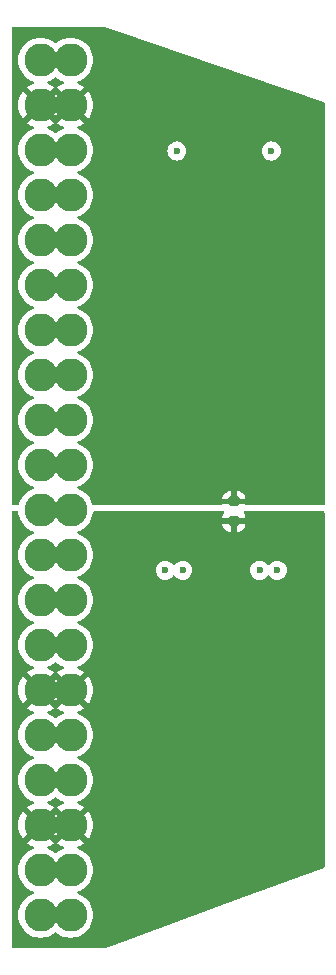
<source format=gbr>
%TF.GenerationSoftware,KiCad,Pcbnew,8.0.1*%
%TF.CreationDate,2024-04-03T13:15:38+02:00*%
%TF.ProjectId,AdapterFlatFlexMYDAQ,41646170-7465-4724-966c-6174466c6578,rev?*%
%TF.SameCoordinates,Original*%
%TF.FileFunction,Copper,L2,Bot*%
%TF.FilePolarity,Positive*%
%FSLAX46Y46*%
G04 Gerber Fmt 4.6, Leading zero omitted, Abs format (unit mm)*
G04 Created by KiCad (PCBNEW 8.0.1) date 2024-04-03 13:15:38*
%MOMM*%
%LPD*%
G01*
G04 APERTURE LIST*
G04 Aperture macros list*
%AMRoundRect*
0 Rectangle with rounded corners*
0 $1 Rounding radius*
0 $2 $3 $4 $5 $6 $7 $8 $9 X,Y pos of 4 corners*
0 Add a 4 corners polygon primitive as box body*
4,1,4,$2,$3,$4,$5,$6,$7,$8,$9,$2,$3,0*
0 Add four circle primitives for the rounded corners*
1,1,$1+$1,$2,$3*
1,1,$1+$1,$4,$5*
1,1,$1+$1,$6,$7*
1,1,$1+$1,$8,$9*
0 Add four rect primitives between the rounded corners*
20,1,$1+$1,$2,$3,$4,$5,0*
20,1,$1+$1,$4,$5,$6,$7,0*
20,1,$1+$1,$6,$7,$8,$9,0*
20,1,$1+$1,$8,$9,$2,$3,0*%
G04 Aperture macros list end*
%TA.AperFunction,ComponentPad*%
%ADD10C,2.800000*%
%TD*%
%TA.AperFunction,SMDPad,CuDef*%
%ADD11RoundRect,0.200000X-0.275000X0.200000X-0.275000X-0.200000X0.275000X-0.200000X0.275000X0.200000X0*%
%TD*%
%TA.AperFunction,ViaPad*%
%ADD12C,0.600000*%
%TD*%
G04 APERTURE END LIST*
D10*
%TO.P,J4,1,Pin_1*%
%TO.N,unconnected-(J4-Pin_1-Pad1)_0*%
X87960000Y-110695000D03*
%TO.N,unconnected-(J4-Pin_1-Pad1)*%
X90500000Y-110695000D03*
%TO.P,J4,2,Pin_2*%
%TO.N,unconnected-(J4-Pin_2-Pad2)_0*%
X87960000Y-106885000D03*
%TO.N,unconnected-(J4-Pin_2-Pad2)*%
X90500000Y-106885000D03*
%TO.P,J4,3,Pin_3*%
%TO.N,GNDA*%
X87960000Y-103075000D03*
X90500000Y-103075000D03*
%TO.P,J4,4,Pin_4*%
%TO.N,AO0*%
X87960000Y-99265000D03*
X90500000Y-99265000D03*
%TO.P,J4,5,Pin_5*%
%TO.N,AO1*%
X87960000Y-95455000D03*
X90500000Y-95455000D03*
%TO.P,J4,6,Pin_6*%
%TO.N,GNDA*%
X87960000Y-91645000D03*
X90500000Y-91645000D03*
%TO.P,J4,7,Pin_7*%
%TO.N,AI0+*%
X87960000Y-87835000D03*
X90500000Y-87835000D03*
%TO.P,J4,8,Pin_8*%
%TO.N,AI0-*%
X87960000Y-84025000D03*
X90500000Y-84025000D03*
%TO.P,J4,9,Pin_9*%
%TO.N,AI1-*%
X87960000Y-80215000D03*
X90500000Y-80215000D03*
%TO.P,J4,10,Pin_10*%
%TO.N,AI1+*%
X87960000Y-76405000D03*
X90500000Y-76405000D03*
%TO.P,J4,11,Pin_11*%
%TO.N,DIO0*%
X87960000Y-72595000D03*
X90500000Y-72595000D03*
%TO.P,J4,12,Pin_12*%
%TO.N,DIO1*%
X87960000Y-68785000D03*
X90500000Y-68785000D03*
%TO.P,J4,13,Pin_13*%
%TO.N,DIO2*%
X87960000Y-64975000D03*
X90500000Y-64975000D03*
%TO.P,J4,14,Pin_14*%
%TO.N,DIO3*%
X87960000Y-61165000D03*
X90500000Y-61165000D03*
%TO.P,J4,15,Pin_15*%
%TO.N,DIO4*%
X87960000Y-57355000D03*
X90500000Y-57355000D03*
%TO.P,J4,16,Pin_16*%
%TO.N,DIO5*%
X87960000Y-53545000D03*
X90500000Y-53545000D03*
%TO.P,J4,17,Pin_17*%
%TO.N,DIO6*%
X87960000Y-49735000D03*
X90500000Y-49735000D03*
%TO.P,J4,18,Pin_18*%
%TO.N,DIO7*%
X87960000Y-45925000D03*
X90500000Y-45925000D03*
%TO.P,J4,19,Pin_19*%
%TO.N,GNDD*%
X87960000Y-42115000D03*
X90500000Y-42115000D03*
%TO.P,J4,20,Pin_20*%
%TO.N,unconnected-(J4-Pin_20-Pad20)*%
X87960000Y-38305000D03*
%TO.N,unconnected-(J4-Pin_20-Pad20)_0*%
X90500000Y-38305000D03*
%TD*%
D11*
%TO.P,R5,1*%
%TO.N,GNDD*%
X104325000Y-75675000D03*
%TO.P,R5,2*%
%TO.N,GNDA*%
X104325000Y-77325000D03*
%TD*%
D12*
%TO.N,*%
X107500000Y-46000000D03*
X100000000Y-81500000D03*
X108000000Y-81500000D03*
X98500000Y-81500000D03*
X106500000Y-81500000D03*
X99500000Y-46000000D03*
%TD*%
%TA.AperFunction,Conductor*%
%TO.N,GNDA*%
G36*
X86013031Y-76519685D02*
G01*
X86058786Y-76572489D01*
X86069675Y-76615152D01*
X86071571Y-76641647D01*
X86074039Y-76676160D01*
X86074040Y-76676167D01*
X86131823Y-76941793D01*
X86131825Y-76941801D01*
X86181506Y-77075000D01*
X86226830Y-77196519D01*
X86357109Y-77435107D01*
X86357110Y-77435108D01*
X86357113Y-77435113D01*
X86520029Y-77652742D01*
X86520033Y-77652746D01*
X86520038Y-77652752D01*
X86712247Y-77844961D01*
X86712253Y-77844966D01*
X86712258Y-77844971D01*
X86929887Y-78007887D01*
X86929891Y-78007889D01*
X86929892Y-78007890D01*
X87168481Y-78138169D01*
X87168480Y-78138169D01*
X87168484Y-78138170D01*
X87168487Y-78138172D01*
X87317682Y-78193819D01*
X87373614Y-78235690D01*
X87398031Y-78301154D01*
X87383179Y-78369427D01*
X87333774Y-78418832D01*
X87317689Y-78426178D01*
X87238994Y-78455530D01*
X87168480Y-78481830D01*
X86929892Y-78612109D01*
X86929891Y-78612110D01*
X86712259Y-78775028D01*
X86712247Y-78775038D01*
X86520038Y-78967247D01*
X86520028Y-78967259D01*
X86357110Y-79184891D01*
X86357109Y-79184892D01*
X86226830Y-79423480D01*
X86179326Y-79550843D01*
X86131825Y-79678199D01*
X86131824Y-79678202D01*
X86131823Y-79678206D01*
X86074040Y-79943832D01*
X86074039Y-79943839D01*
X86054645Y-80214998D01*
X86054645Y-80215001D01*
X86074039Y-80486160D01*
X86074040Y-80486167D01*
X86119346Y-80694435D01*
X86131825Y-80751801D01*
X86140184Y-80774211D01*
X86226830Y-81006519D01*
X86357109Y-81245107D01*
X86357110Y-81245108D01*
X86357113Y-81245113D01*
X86520029Y-81462742D01*
X86520033Y-81462746D01*
X86520038Y-81462752D01*
X86712247Y-81654961D01*
X86712253Y-81654966D01*
X86712258Y-81654971D01*
X86929887Y-81817887D01*
X86929891Y-81817889D01*
X86929892Y-81817890D01*
X87168481Y-81948169D01*
X87168480Y-81948169D01*
X87168484Y-81948170D01*
X87168487Y-81948172D01*
X87317682Y-82003819D01*
X87373614Y-82045690D01*
X87398031Y-82111154D01*
X87383179Y-82179427D01*
X87333774Y-82228832D01*
X87317689Y-82236178D01*
X87238994Y-82265530D01*
X87168480Y-82291830D01*
X86929892Y-82422109D01*
X86929891Y-82422110D01*
X86712259Y-82585028D01*
X86712247Y-82585038D01*
X86520038Y-82777247D01*
X86520028Y-82777259D01*
X86357110Y-82994891D01*
X86357109Y-82994892D01*
X86226830Y-83233480D01*
X86179326Y-83360843D01*
X86131825Y-83488199D01*
X86131824Y-83488202D01*
X86131823Y-83488206D01*
X86074040Y-83753832D01*
X86074039Y-83753839D01*
X86054645Y-84024998D01*
X86054645Y-84025001D01*
X86074039Y-84296160D01*
X86074040Y-84296167D01*
X86131823Y-84561793D01*
X86131825Y-84561801D01*
X86208330Y-84766920D01*
X86226830Y-84816519D01*
X86357109Y-85055107D01*
X86357110Y-85055108D01*
X86357113Y-85055113D01*
X86520029Y-85272742D01*
X86520033Y-85272746D01*
X86520038Y-85272752D01*
X86712247Y-85464961D01*
X86712253Y-85464966D01*
X86712258Y-85464971D01*
X86929887Y-85627887D01*
X86929891Y-85627889D01*
X86929892Y-85627890D01*
X87168481Y-85758169D01*
X87168480Y-85758169D01*
X87168484Y-85758170D01*
X87168487Y-85758172D01*
X87317682Y-85813819D01*
X87373614Y-85855690D01*
X87398031Y-85921154D01*
X87383179Y-85989427D01*
X87333774Y-86038832D01*
X87317689Y-86046178D01*
X87238994Y-86075530D01*
X87168480Y-86101830D01*
X86929892Y-86232109D01*
X86929891Y-86232110D01*
X86712259Y-86395028D01*
X86712247Y-86395038D01*
X86520038Y-86587247D01*
X86520028Y-86587259D01*
X86357110Y-86804891D01*
X86357109Y-86804892D01*
X86226830Y-87043480D01*
X86179326Y-87170843D01*
X86131825Y-87298199D01*
X86131824Y-87298202D01*
X86131823Y-87298206D01*
X86074040Y-87563832D01*
X86074039Y-87563839D01*
X86054645Y-87834998D01*
X86054645Y-87835001D01*
X86074039Y-88106160D01*
X86074040Y-88106167D01*
X86131823Y-88371793D01*
X86131825Y-88371801D01*
X86208330Y-88576920D01*
X86226830Y-88626519D01*
X86357109Y-88865107D01*
X86357110Y-88865108D01*
X86357113Y-88865113D01*
X86520029Y-89082742D01*
X86520033Y-89082746D01*
X86520038Y-89082752D01*
X86712247Y-89274961D01*
X86712253Y-89274966D01*
X86712258Y-89274971D01*
X86929887Y-89437887D01*
X86929891Y-89437889D01*
X86929892Y-89437890D01*
X87168481Y-89568169D01*
X87168485Y-89568171D01*
X87168487Y-89568172D01*
X87318398Y-89624086D01*
X87374331Y-89665956D01*
X87398748Y-89731421D01*
X87383896Y-89799694D01*
X87334491Y-89849099D01*
X87318398Y-89856449D01*
X87168689Y-89912287D01*
X86930164Y-90042532D01*
X86930156Y-90042537D01*
X86804875Y-90136321D01*
X86804874Y-90136322D01*
X87674242Y-91005690D01*
X87628426Y-91024668D01*
X87513776Y-91101274D01*
X87416274Y-91198776D01*
X87339668Y-91313426D01*
X87320690Y-91359242D01*
X86451322Y-90489874D01*
X86451321Y-90489875D01*
X86357537Y-90615156D01*
X86357532Y-90615164D01*
X86227287Y-90853689D01*
X86227285Y-90853693D01*
X86132305Y-91108345D01*
X86074537Y-91373902D01*
X86074536Y-91373909D01*
X86055147Y-91644998D01*
X86055147Y-91645001D01*
X86074536Y-91916090D01*
X86074537Y-91916097D01*
X86132305Y-92181654D01*
X86227285Y-92436306D01*
X86227287Y-92436310D01*
X86357532Y-92674835D01*
X86357537Y-92674843D01*
X86451321Y-92800123D01*
X86451322Y-92800124D01*
X87320690Y-91930756D01*
X87339668Y-91976574D01*
X87416274Y-92091224D01*
X87513776Y-92188726D01*
X87628426Y-92265332D01*
X87674242Y-92284309D01*
X86804874Y-93153676D01*
X86930163Y-93247466D01*
X86930164Y-93247467D01*
X87168689Y-93377712D01*
X87168693Y-93377714D01*
X87318397Y-93433550D01*
X87374331Y-93475421D01*
X87398748Y-93540885D01*
X87383896Y-93609158D01*
X87334491Y-93658564D01*
X87318398Y-93665914D01*
X87168481Y-93721830D01*
X86929892Y-93852109D01*
X86929891Y-93852110D01*
X86712259Y-94015028D01*
X86712247Y-94015038D01*
X86520038Y-94207247D01*
X86520028Y-94207259D01*
X86357110Y-94424891D01*
X86357109Y-94424892D01*
X86226830Y-94663480D01*
X86179326Y-94790843D01*
X86131825Y-94918199D01*
X86131824Y-94918202D01*
X86131823Y-94918206D01*
X86074040Y-95183832D01*
X86074039Y-95183839D01*
X86054645Y-95454998D01*
X86054645Y-95455001D01*
X86074039Y-95726160D01*
X86074040Y-95726167D01*
X86131823Y-95991793D01*
X86131825Y-95991801D01*
X86208330Y-96196920D01*
X86226830Y-96246519D01*
X86357109Y-96485107D01*
X86357110Y-96485108D01*
X86357113Y-96485113D01*
X86520029Y-96702742D01*
X86520033Y-96702746D01*
X86520038Y-96702752D01*
X86712247Y-96894961D01*
X86712253Y-96894966D01*
X86712258Y-96894971D01*
X86929887Y-97057887D01*
X86929891Y-97057889D01*
X86929892Y-97057890D01*
X87168481Y-97188169D01*
X87168480Y-97188169D01*
X87168484Y-97188170D01*
X87168487Y-97188172D01*
X87317682Y-97243819D01*
X87373614Y-97285690D01*
X87398031Y-97351154D01*
X87383179Y-97419427D01*
X87333774Y-97468832D01*
X87317689Y-97476178D01*
X87238994Y-97505530D01*
X87168480Y-97531830D01*
X86929892Y-97662109D01*
X86929891Y-97662110D01*
X86712259Y-97825028D01*
X86712247Y-97825038D01*
X86520038Y-98017247D01*
X86520028Y-98017259D01*
X86357110Y-98234891D01*
X86357109Y-98234892D01*
X86226830Y-98473480D01*
X86179326Y-98600843D01*
X86131825Y-98728199D01*
X86131824Y-98728202D01*
X86131823Y-98728206D01*
X86074040Y-98993832D01*
X86074039Y-98993839D01*
X86054645Y-99264998D01*
X86054645Y-99265001D01*
X86074039Y-99536160D01*
X86074040Y-99536167D01*
X86131823Y-99801793D01*
X86131825Y-99801801D01*
X86208330Y-100006920D01*
X86226830Y-100056519D01*
X86357109Y-100295107D01*
X86357110Y-100295108D01*
X86357113Y-100295113D01*
X86520029Y-100512742D01*
X86520033Y-100512746D01*
X86520038Y-100512752D01*
X86712247Y-100704961D01*
X86712253Y-100704966D01*
X86712258Y-100704971D01*
X86929887Y-100867887D01*
X86929891Y-100867889D01*
X86929892Y-100867890D01*
X87168481Y-100998169D01*
X87168485Y-100998171D01*
X87168487Y-100998172D01*
X87318398Y-101054086D01*
X87374331Y-101095956D01*
X87398748Y-101161421D01*
X87383896Y-101229694D01*
X87334491Y-101279099D01*
X87318398Y-101286449D01*
X87168689Y-101342287D01*
X86930164Y-101472532D01*
X86930156Y-101472537D01*
X86804875Y-101566321D01*
X86804874Y-101566322D01*
X87674242Y-102435690D01*
X87628426Y-102454668D01*
X87513776Y-102531274D01*
X87416274Y-102628776D01*
X87339668Y-102743426D01*
X87320690Y-102789242D01*
X86451322Y-101919874D01*
X86451321Y-101919875D01*
X86357537Y-102045156D01*
X86357532Y-102045164D01*
X86227287Y-102283689D01*
X86227285Y-102283693D01*
X86132305Y-102538345D01*
X86074537Y-102803902D01*
X86074536Y-102803909D01*
X86055147Y-103074998D01*
X86055147Y-103075001D01*
X86074536Y-103346090D01*
X86074537Y-103346097D01*
X86132305Y-103611654D01*
X86227285Y-103866306D01*
X86227287Y-103866310D01*
X86357532Y-104104835D01*
X86357537Y-104104843D01*
X86451321Y-104230123D01*
X86451322Y-104230124D01*
X87320690Y-103360756D01*
X87339668Y-103406574D01*
X87416274Y-103521224D01*
X87513776Y-103618726D01*
X87628426Y-103695332D01*
X87674242Y-103714309D01*
X86804874Y-104583676D01*
X86930163Y-104677466D01*
X86930164Y-104677467D01*
X87168689Y-104807712D01*
X87168693Y-104807714D01*
X87318397Y-104863550D01*
X87374331Y-104905421D01*
X87398748Y-104970885D01*
X87383896Y-105039158D01*
X87334491Y-105088564D01*
X87318398Y-105095914D01*
X87168481Y-105151830D01*
X86929892Y-105282109D01*
X86929891Y-105282110D01*
X86712259Y-105445028D01*
X86712247Y-105445038D01*
X86520038Y-105637247D01*
X86520028Y-105637259D01*
X86357110Y-105854891D01*
X86357109Y-105854892D01*
X86226830Y-106093480D01*
X86179326Y-106220843D01*
X86131825Y-106348199D01*
X86131824Y-106348202D01*
X86131823Y-106348206D01*
X86074040Y-106613832D01*
X86074039Y-106613839D01*
X86054645Y-106884998D01*
X86054645Y-106885001D01*
X86074039Y-107156160D01*
X86074040Y-107156167D01*
X86127191Y-107400500D01*
X86131825Y-107421801D01*
X86148457Y-107466392D01*
X86226830Y-107676519D01*
X86357109Y-107915107D01*
X86357110Y-107915108D01*
X86357113Y-107915113D01*
X86520029Y-108132742D01*
X86520033Y-108132746D01*
X86520038Y-108132752D01*
X86712247Y-108324961D01*
X86712253Y-108324966D01*
X86712258Y-108324971D01*
X86929887Y-108487887D01*
X86929891Y-108487889D01*
X86929892Y-108487890D01*
X87168481Y-108618169D01*
X87168480Y-108618169D01*
X87168484Y-108618170D01*
X87168487Y-108618172D01*
X87317682Y-108673819D01*
X87373614Y-108715690D01*
X87398031Y-108781154D01*
X87383179Y-108849427D01*
X87333774Y-108898832D01*
X87317689Y-108906178D01*
X87238994Y-108935530D01*
X87168480Y-108961830D01*
X86929892Y-109092109D01*
X86929891Y-109092110D01*
X86712259Y-109255028D01*
X86712247Y-109255038D01*
X86520038Y-109447247D01*
X86520028Y-109447259D01*
X86357110Y-109664891D01*
X86357109Y-109664892D01*
X86226830Y-109903480D01*
X86179326Y-110030843D01*
X86131825Y-110158199D01*
X86131824Y-110158202D01*
X86131823Y-110158206D01*
X86074040Y-110423832D01*
X86074039Y-110423839D01*
X86054645Y-110694998D01*
X86054645Y-110695001D01*
X86074039Y-110966160D01*
X86074040Y-110966167D01*
X86131823Y-111231793D01*
X86131825Y-111231801D01*
X86208330Y-111436920D01*
X86226830Y-111486519D01*
X86357109Y-111725107D01*
X86357110Y-111725108D01*
X86357113Y-111725113D01*
X86520029Y-111942742D01*
X86520033Y-111942746D01*
X86520038Y-111942752D01*
X86712247Y-112134961D01*
X86712253Y-112134966D01*
X86712258Y-112134971D01*
X86929887Y-112297887D01*
X86929891Y-112297889D01*
X86929892Y-112297890D01*
X87168481Y-112428169D01*
X87168480Y-112428169D01*
X87168484Y-112428170D01*
X87168487Y-112428172D01*
X87423199Y-112523175D01*
X87688840Y-112580961D01*
X87940605Y-112598967D01*
X87959999Y-112600355D01*
X87960000Y-112600355D01*
X87960001Y-112600355D01*
X87978100Y-112599060D01*
X88231160Y-112580961D01*
X88496801Y-112523175D01*
X88751513Y-112428172D01*
X88751517Y-112428169D01*
X88751519Y-112428169D01*
X88870813Y-112363029D01*
X88990113Y-112297887D01*
X89155690Y-112173936D01*
X89221154Y-112149520D01*
X89289427Y-112164372D01*
X89304305Y-112173933D01*
X89469887Y-112297887D01*
X89469891Y-112297889D01*
X89469892Y-112297890D01*
X89708481Y-112428169D01*
X89708480Y-112428169D01*
X89708484Y-112428170D01*
X89708487Y-112428172D01*
X89963199Y-112523175D01*
X90228840Y-112580961D01*
X90480605Y-112598967D01*
X90499999Y-112600355D01*
X90500000Y-112600355D01*
X90500001Y-112600355D01*
X90518100Y-112599060D01*
X90771160Y-112580961D01*
X91036801Y-112523175D01*
X91291513Y-112428172D01*
X91291517Y-112428169D01*
X91291519Y-112428169D01*
X91410813Y-112363029D01*
X91530113Y-112297887D01*
X91747742Y-112134971D01*
X91939971Y-111942742D01*
X92102887Y-111725113D01*
X92233172Y-111486513D01*
X92328175Y-111231801D01*
X92385961Y-110966160D01*
X92405355Y-110695000D01*
X92385961Y-110423840D01*
X92328175Y-110158199D01*
X92233172Y-109903487D01*
X92233170Y-109903484D01*
X92233169Y-109903480D01*
X92102890Y-109664892D01*
X92102889Y-109664891D01*
X92102887Y-109664887D01*
X91939971Y-109447258D01*
X91939966Y-109447253D01*
X91939961Y-109447247D01*
X91747752Y-109255038D01*
X91747746Y-109255033D01*
X91747742Y-109255029D01*
X91530113Y-109092113D01*
X91530108Y-109092110D01*
X91530107Y-109092109D01*
X91291518Y-108961830D01*
X91291514Y-108961828D01*
X91238750Y-108942148D01*
X91142317Y-108906180D01*
X91086385Y-108864311D01*
X91061968Y-108798846D01*
X91076820Y-108730573D01*
X91126225Y-108681168D01*
X91142310Y-108673821D01*
X91291513Y-108618172D01*
X91530113Y-108487887D01*
X91747742Y-108324971D01*
X91939971Y-108132742D01*
X92102887Y-107915113D01*
X92233172Y-107676513D01*
X92328175Y-107421801D01*
X92385961Y-107156160D01*
X92405355Y-106885000D01*
X92385961Y-106613840D01*
X92328175Y-106348199D01*
X92233172Y-106093487D01*
X92233170Y-106093484D01*
X92233169Y-106093480D01*
X92102890Y-105854892D01*
X92102889Y-105854891D01*
X92102887Y-105854887D01*
X91939971Y-105637258D01*
X91939966Y-105637253D01*
X91939961Y-105637247D01*
X91747752Y-105445038D01*
X91747746Y-105445033D01*
X91747742Y-105445029D01*
X91530113Y-105282113D01*
X91530108Y-105282110D01*
X91530107Y-105282109D01*
X91291518Y-105151830D01*
X91291519Y-105151830D01*
X91242030Y-105133372D01*
X91141599Y-105095913D01*
X91085668Y-105054042D01*
X91061251Y-104988578D01*
X91076103Y-104920305D01*
X91125508Y-104870900D01*
X91141602Y-104863550D01*
X91291307Y-104807714D01*
X91291310Y-104807712D01*
X91529844Y-104677462D01*
X91655123Y-104583677D01*
X91655124Y-104583676D01*
X90785757Y-103714309D01*
X90831574Y-103695332D01*
X90946224Y-103618726D01*
X91043726Y-103521224D01*
X91120332Y-103406574D01*
X91139309Y-103360757D01*
X92008676Y-104230124D01*
X92008677Y-104230123D01*
X92102462Y-104104844D01*
X92232712Y-103866310D01*
X92232714Y-103866306D01*
X92327694Y-103611654D01*
X92385462Y-103346097D01*
X92385463Y-103346090D01*
X92404853Y-103075001D01*
X92404853Y-103074998D01*
X92385463Y-102803909D01*
X92385462Y-102803902D01*
X92327694Y-102538345D01*
X92232714Y-102283693D01*
X92232712Y-102283689D01*
X92102467Y-102045164D01*
X92102466Y-102045163D01*
X92008676Y-101919874D01*
X91139309Y-102789242D01*
X91120332Y-102743426D01*
X91043726Y-102628776D01*
X90946224Y-102531274D01*
X90831574Y-102454668D01*
X90785757Y-102435690D01*
X91655124Y-101566322D01*
X91655123Y-101566321D01*
X91529843Y-101472537D01*
X91529835Y-101472532D01*
X91291310Y-101342287D01*
X91291306Y-101342285D01*
X91141602Y-101286449D01*
X91085668Y-101244578D01*
X91061251Y-101179113D01*
X91076103Y-101110840D01*
X91125508Y-101061435D01*
X91141588Y-101054091D01*
X91291513Y-100998172D01*
X91530113Y-100867887D01*
X91747742Y-100704971D01*
X91939971Y-100512742D01*
X92102887Y-100295113D01*
X92233172Y-100056513D01*
X92328175Y-99801801D01*
X92385961Y-99536160D01*
X92405355Y-99265000D01*
X92385961Y-98993840D01*
X92328175Y-98728199D01*
X92233172Y-98473487D01*
X92233170Y-98473484D01*
X92233169Y-98473480D01*
X92102890Y-98234892D01*
X92102889Y-98234891D01*
X92102887Y-98234887D01*
X91939971Y-98017258D01*
X91939966Y-98017253D01*
X91939961Y-98017247D01*
X91747752Y-97825038D01*
X91747746Y-97825033D01*
X91747742Y-97825029D01*
X91530113Y-97662113D01*
X91530108Y-97662110D01*
X91530107Y-97662109D01*
X91291518Y-97531830D01*
X91291514Y-97531828D01*
X91238750Y-97512148D01*
X91142317Y-97476180D01*
X91086385Y-97434311D01*
X91061968Y-97368846D01*
X91076820Y-97300573D01*
X91126225Y-97251168D01*
X91142310Y-97243821D01*
X91291513Y-97188172D01*
X91530113Y-97057887D01*
X91747742Y-96894971D01*
X91939971Y-96702742D01*
X92102887Y-96485113D01*
X92233172Y-96246513D01*
X92328175Y-95991801D01*
X92385961Y-95726160D01*
X92405355Y-95455000D01*
X92385961Y-95183840D01*
X92328175Y-94918199D01*
X92233172Y-94663487D01*
X92233170Y-94663484D01*
X92233169Y-94663480D01*
X92102890Y-94424892D01*
X92102889Y-94424891D01*
X92102887Y-94424887D01*
X91939971Y-94207258D01*
X91939966Y-94207253D01*
X91939961Y-94207247D01*
X91747752Y-94015038D01*
X91747746Y-94015033D01*
X91747742Y-94015029D01*
X91530113Y-93852113D01*
X91530108Y-93852110D01*
X91530107Y-93852109D01*
X91291518Y-93721830D01*
X91291519Y-93721830D01*
X91242030Y-93703372D01*
X91141599Y-93665913D01*
X91085668Y-93624042D01*
X91061251Y-93558578D01*
X91076103Y-93490305D01*
X91125508Y-93440900D01*
X91141602Y-93433550D01*
X91291307Y-93377714D01*
X91291310Y-93377712D01*
X91529844Y-93247462D01*
X91655123Y-93153677D01*
X91655124Y-93153676D01*
X90785757Y-92284309D01*
X90831574Y-92265332D01*
X90946224Y-92188726D01*
X91043726Y-92091224D01*
X91120332Y-91976574D01*
X91139309Y-91930757D01*
X92008676Y-92800124D01*
X92008677Y-92800123D01*
X92102462Y-92674844D01*
X92232712Y-92436310D01*
X92232714Y-92436306D01*
X92327694Y-92181654D01*
X92385462Y-91916097D01*
X92385463Y-91916090D01*
X92404853Y-91645001D01*
X92404853Y-91644998D01*
X92385463Y-91373909D01*
X92385462Y-91373902D01*
X92327694Y-91108345D01*
X92232714Y-90853693D01*
X92232712Y-90853689D01*
X92102467Y-90615164D01*
X92102466Y-90615163D01*
X92008676Y-90489874D01*
X91139309Y-91359242D01*
X91120332Y-91313426D01*
X91043726Y-91198776D01*
X90946224Y-91101274D01*
X90831574Y-91024668D01*
X90785757Y-91005690D01*
X91655124Y-90136322D01*
X91655123Y-90136321D01*
X91529843Y-90042537D01*
X91529835Y-90042532D01*
X91291310Y-89912287D01*
X91291306Y-89912285D01*
X91141602Y-89856449D01*
X91085668Y-89814578D01*
X91061251Y-89749113D01*
X91076103Y-89680840D01*
X91125508Y-89631435D01*
X91141588Y-89624091D01*
X91291513Y-89568172D01*
X91530113Y-89437887D01*
X91747742Y-89274971D01*
X91939971Y-89082742D01*
X92102887Y-88865113D01*
X92233172Y-88626513D01*
X92328175Y-88371801D01*
X92385961Y-88106160D01*
X92405355Y-87835000D01*
X92385961Y-87563840D01*
X92328175Y-87298199D01*
X92233172Y-87043487D01*
X92233170Y-87043484D01*
X92233169Y-87043480D01*
X92102890Y-86804892D01*
X92102889Y-86804891D01*
X92102887Y-86804887D01*
X91939971Y-86587258D01*
X91939966Y-86587253D01*
X91939961Y-86587247D01*
X91747752Y-86395038D01*
X91747746Y-86395033D01*
X91747742Y-86395029D01*
X91530113Y-86232113D01*
X91530108Y-86232110D01*
X91530107Y-86232109D01*
X91291518Y-86101830D01*
X91291514Y-86101828D01*
X91238750Y-86082148D01*
X91142317Y-86046180D01*
X91086385Y-86004311D01*
X91061968Y-85938846D01*
X91076820Y-85870573D01*
X91126225Y-85821168D01*
X91142310Y-85813821D01*
X91291513Y-85758172D01*
X91530113Y-85627887D01*
X91747742Y-85464971D01*
X91939971Y-85272742D01*
X92102887Y-85055113D01*
X92233172Y-84816513D01*
X92328175Y-84561801D01*
X92385961Y-84296160D01*
X92405355Y-84025000D01*
X92385961Y-83753840D01*
X92328175Y-83488199D01*
X92233172Y-83233487D01*
X92233170Y-83233484D01*
X92233169Y-83233480D01*
X92102890Y-82994892D01*
X92102889Y-82994891D01*
X92102887Y-82994887D01*
X91939971Y-82777258D01*
X91939966Y-82777253D01*
X91939961Y-82777247D01*
X91747752Y-82585038D01*
X91747746Y-82585033D01*
X91747742Y-82585029D01*
X91530113Y-82422113D01*
X91530108Y-82422110D01*
X91530107Y-82422109D01*
X91291518Y-82291830D01*
X91291514Y-82291828D01*
X91238750Y-82272148D01*
X91142317Y-82236180D01*
X91086385Y-82194311D01*
X91061968Y-82128846D01*
X91076820Y-82060573D01*
X91126225Y-82011168D01*
X91142310Y-82003821D01*
X91291513Y-81948172D01*
X91530113Y-81817887D01*
X91747742Y-81654971D01*
X91902710Y-81500003D01*
X97694435Y-81500003D01*
X97714630Y-81679249D01*
X97714631Y-81679254D01*
X97774211Y-81849523D01*
X97854994Y-81978087D01*
X97870184Y-82002262D01*
X97997738Y-82129816D01*
X98150478Y-82225789D01*
X98320745Y-82285368D01*
X98320750Y-82285369D01*
X98499996Y-82305565D01*
X98500000Y-82305565D01*
X98500004Y-82305565D01*
X98679249Y-82285369D01*
X98679252Y-82285368D01*
X98679255Y-82285368D01*
X98849522Y-82225789D01*
X99002262Y-82129816D01*
X99129816Y-82002262D01*
X99145007Y-81978084D01*
X99197339Y-81931796D01*
X99266393Y-81921146D01*
X99330242Y-81949521D01*
X99354990Y-81978082D01*
X99370184Y-82002262D01*
X99497738Y-82129816D01*
X99650478Y-82225789D01*
X99820745Y-82285368D01*
X99820750Y-82285369D01*
X99999996Y-82305565D01*
X100000000Y-82305565D01*
X100000004Y-82305565D01*
X100179249Y-82285369D01*
X100179252Y-82285368D01*
X100179255Y-82285368D01*
X100349522Y-82225789D01*
X100502262Y-82129816D01*
X100629816Y-82002262D01*
X100725789Y-81849522D01*
X100785368Y-81679255D01*
X100788104Y-81654971D01*
X100805565Y-81500003D01*
X105694435Y-81500003D01*
X105714630Y-81679249D01*
X105714631Y-81679254D01*
X105774211Y-81849523D01*
X105854994Y-81978087D01*
X105870184Y-82002262D01*
X105997738Y-82129816D01*
X106150478Y-82225789D01*
X106320745Y-82285368D01*
X106320750Y-82285369D01*
X106499996Y-82305565D01*
X106500000Y-82305565D01*
X106500004Y-82305565D01*
X106679249Y-82285369D01*
X106679252Y-82285368D01*
X106679255Y-82285368D01*
X106849522Y-82225789D01*
X107002262Y-82129816D01*
X107129816Y-82002262D01*
X107145007Y-81978084D01*
X107197339Y-81931796D01*
X107266393Y-81921146D01*
X107330242Y-81949521D01*
X107354990Y-81978082D01*
X107370184Y-82002262D01*
X107497738Y-82129816D01*
X107650478Y-82225789D01*
X107820745Y-82285368D01*
X107820750Y-82285369D01*
X107999996Y-82305565D01*
X108000000Y-82305565D01*
X108000004Y-82305565D01*
X108179249Y-82285369D01*
X108179252Y-82285368D01*
X108179255Y-82285368D01*
X108349522Y-82225789D01*
X108502262Y-82129816D01*
X108629816Y-82002262D01*
X108725789Y-81849522D01*
X108785368Y-81679255D01*
X108788104Y-81654971D01*
X108805565Y-81500003D01*
X108805565Y-81499996D01*
X108785369Y-81320750D01*
X108785368Y-81320745D01*
X108725788Y-81150476D01*
X108635333Y-81006519D01*
X108629816Y-80997738D01*
X108502262Y-80870184D01*
X108349523Y-80774211D01*
X108179254Y-80714631D01*
X108179249Y-80714630D01*
X108000004Y-80694435D01*
X107999996Y-80694435D01*
X107820750Y-80714630D01*
X107820745Y-80714631D01*
X107650476Y-80774211D01*
X107497737Y-80870184D01*
X107370184Y-80997737D01*
X107354994Y-81021913D01*
X107302659Y-81068204D01*
X107233605Y-81078852D01*
X107169757Y-81050477D01*
X107145006Y-81021913D01*
X107135333Y-81006519D01*
X107129816Y-80997738D01*
X107002262Y-80870184D01*
X106849523Y-80774211D01*
X106679254Y-80714631D01*
X106679249Y-80714630D01*
X106500004Y-80694435D01*
X106499996Y-80694435D01*
X106320750Y-80714630D01*
X106320745Y-80714631D01*
X106150476Y-80774211D01*
X105997737Y-80870184D01*
X105870184Y-80997737D01*
X105774211Y-81150476D01*
X105714631Y-81320745D01*
X105714630Y-81320750D01*
X105694435Y-81499996D01*
X105694435Y-81500003D01*
X100805565Y-81500003D01*
X100805565Y-81499996D01*
X100785369Y-81320750D01*
X100785368Y-81320745D01*
X100725788Y-81150476D01*
X100635333Y-81006519D01*
X100629816Y-80997738D01*
X100502262Y-80870184D01*
X100349523Y-80774211D01*
X100179254Y-80714631D01*
X100179249Y-80714630D01*
X100000004Y-80694435D01*
X99999996Y-80694435D01*
X99820750Y-80714630D01*
X99820745Y-80714631D01*
X99650476Y-80774211D01*
X99497737Y-80870184D01*
X99370184Y-80997737D01*
X99354994Y-81021913D01*
X99302659Y-81068204D01*
X99233605Y-81078852D01*
X99169757Y-81050477D01*
X99145006Y-81021913D01*
X99135333Y-81006519D01*
X99129816Y-80997738D01*
X99002262Y-80870184D01*
X98849523Y-80774211D01*
X98679254Y-80714631D01*
X98679249Y-80714630D01*
X98500004Y-80694435D01*
X98499996Y-80694435D01*
X98320750Y-80714630D01*
X98320745Y-80714631D01*
X98150476Y-80774211D01*
X97997737Y-80870184D01*
X97870184Y-80997737D01*
X97774211Y-81150476D01*
X97714631Y-81320745D01*
X97714630Y-81320750D01*
X97694435Y-81499996D01*
X97694435Y-81500003D01*
X91902710Y-81500003D01*
X91939971Y-81462742D01*
X92102887Y-81245113D01*
X92233172Y-81006513D01*
X92328175Y-80751801D01*
X92385961Y-80486160D01*
X92405355Y-80215000D01*
X92385961Y-79943840D01*
X92328175Y-79678199D01*
X92233172Y-79423487D01*
X92233170Y-79423484D01*
X92233169Y-79423480D01*
X92102890Y-79184892D01*
X92102889Y-79184891D01*
X92102887Y-79184887D01*
X91939971Y-78967258D01*
X91939966Y-78967253D01*
X91939961Y-78967247D01*
X91747752Y-78775038D01*
X91747746Y-78775033D01*
X91747742Y-78775029D01*
X91530113Y-78612113D01*
X91530108Y-78612110D01*
X91530107Y-78612109D01*
X91291518Y-78481830D01*
X91291514Y-78481828D01*
X91238750Y-78462148D01*
X91142317Y-78426180D01*
X91086385Y-78384311D01*
X91061968Y-78318846D01*
X91076820Y-78250573D01*
X91126225Y-78201168D01*
X91142310Y-78193821D01*
X91291513Y-78138172D01*
X91530113Y-78007887D01*
X91747742Y-77844971D01*
X91939971Y-77652742D01*
X91998168Y-77575000D01*
X103350001Y-77575000D01*
X103350001Y-77581582D01*
X103356408Y-77652102D01*
X103356409Y-77652107D01*
X103406981Y-77814396D01*
X103494927Y-77959877D01*
X103615122Y-78080072D01*
X103760604Y-78168019D01*
X103760603Y-78168019D01*
X103922894Y-78218590D01*
X103922892Y-78218590D01*
X103993418Y-78224999D01*
X104074999Y-78224998D01*
X104075000Y-78224998D01*
X104075000Y-77575000D01*
X104575000Y-77575000D01*
X104575000Y-78224999D01*
X104656581Y-78224999D01*
X104727102Y-78218591D01*
X104727107Y-78218590D01*
X104889396Y-78168018D01*
X105034877Y-78080072D01*
X105155072Y-77959877D01*
X105243019Y-77814395D01*
X105293590Y-77652106D01*
X105300000Y-77581572D01*
X105300000Y-77575000D01*
X104575000Y-77575000D01*
X104075000Y-77575000D01*
X103350001Y-77575000D01*
X91998168Y-77575000D01*
X92102887Y-77435113D01*
X92233172Y-77196513D01*
X92328175Y-76941801D01*
X92385961Y-76676160D01*
X92390324Y-76615153D01*
X92414741Y-76549690D01*
X92470674Y-76507818D01*
X92514008Y-76500000D01*
X103390003Y-76500000D01*
X103457042Y-76519685D01*
X103502797Y-76572489D01*
X103512741Y-76641647D01*
X103496120Y-76688150D01*
X103406980Y-76835604D01*
X103356409Y-76997893D01*
X103350000Y-77068427D01*
X103350000Y-77075000D01*
X105299999Y-77075000D01*
X105299999Y-77068417D01*
X105293591Y-76997897D01*
X105293590Y-76997892D01*
X105243018Y-76835603D01*
X105153880Y-76688150D01*
X105136044Y-76620595D01*
X105157562Y-76554122D01*
X105211602Y-76509834D01*
X105259997Y-76500000D01*
X111875500Y-76500000D01*
X111942539Y-76519685D01*
X111988294Y-76572489D01*
X111999500Y-76624000D01*
X111999500Y-106564543D01*
X111979815Y-106631582D01*
X111927011Y-106677337D01*
X111918367Y-106680898D01*
X104931416Y-109255038D01*
X93747306Y-113375500D01*
X93431485Y-113491855D01*
X93388618Y-113499500D01*
X85624500Y-113499500D01*
X85557461Y-113479815D01*
X85511706Y-113427011D01*
X85500500Y-113375500D01*
X85500500Y-76624000D01*
X85520185Y-76556961D01*
X85572989Y-76511206D01*
X85624500Y-76500000D01*
X85945992Y-76500000D01*
X86013031Y-76519685D01*
G37*
%TD.AperFunction*%
%TA.AperFunction,Conductor*%
G36*
X89879668Y-103406574D02*
G01*
X89956274Y-103521224D01*
X90053776Y-103618726D01*
X90168426Y-103695332D01*
X90214242Y-103714309D01*
X89344874Y-104583675D01*
X89470163Y-104677466D01*
X89470164Y-104677467D01*
X89708689Y-104807712D01*
X89708693Y-104807714D01*
X89858397Y-104863550D01*
X89914331Y-104905421D01*
X89938748Y-104970885D01*
X89923896Y-105039158D01*
X89874491Y-105088564D01*
X89858398Y-105095914D01*
X89708481Y-105151830D01*
X89469892Y-105282109D01*
X89469884Y-105282114D01*
X89304310Y-105406062D01*
X89238846Y-105430479D01*
X89170573Y-105415627D01*
X89155690Y-105406062D01*
X88990115Y-105282114D01*
X88990107Y-105282109D01*
X88751518Y-105151830D01*
X88751519Y-105151830D01*
X88702030Y-105133372D01*
X88601599Y-105095913D01*
X88545668Y-105054042D01*
X88521251Y-104988578D01*
X88536103Y-104920305D01*
X88585508Y-104870900D01*
X88601602Y-104863550D01*
X88751307Y-104807714D01*
X88751310Y-104807712D01*
X88989840Y-104677464D01*
X89115123Y-104583675D01*
X88245757Y-103714309D01*
X88291574Y-103695332D01*
X88406224Y-103618726D01*
X88503726Y-103521224D01*
X88580332Y-103406574D01*
X88599309Y-103360756D01*
X89230000Y-103991447D01*
X89860690Y-103360756D01*
X89879668Y-103406574D01*
G37*
%TD.AperFunction*%
%TA.AperFunction,Conductor*%
G36*
X89289427Y-100734372D02*
G01*
X89304305Y-100743933D01*
X89469887Y-100867887D01*
X89469891Y-100867889D01*
X89469892Y-100867890D01*
X89708481Y-100998169D01*
X89708485Y-100998171D01*
X89708487Y-100998172D01*
X89858398Y-101054086D01*
X89914331Y-101095956D01*
X89938748Y-101161421D01*
X89923896Y-101229694D01*
X89874491Y-101279099D01*
X89858398Y-101286449D01*
X89708689Y-101342287D01*
X89470164Y-101472532D01*
X89344874Y-101566322D01*
X90214242Y-102435690D01*
X90168426Y-102454668D01*
X90053776Y-102531274D01*
X89956274Y-102628776D01*
X89879668Y-102743426D01*
X89860690Y-102789243D01*
X89230000Y-102158553D01*
X88599309Y-102789243D01*
X88580332Y-102743426D01*
X88503726Y-102628776D01*
X88406224Y-102531274D01*
X88291574Y-102454668D01*
X88245757Y-102435690D01*
X89115124Y-101566321D01*
X88989843Y-101472537D01*
X88989835Y-101472532D01*
X88751310Y-101342287D01*
X88751306Y-101342285D01*
X88601602Y-101286449D01*
X88545668Y-101244578D01*
X88521251Y-101179113D01*
X88536103Y-101110840D01*
X88585508Y-101061435D01*
X88601588Y-101054091D01*
X88751513Y-100998172D01*
X88990113Y-100867887D01*
X89155690Y-100743936D01*
X89221154Y-100719520D01*
X89289427Y-100734372D01*
G37*
%TD.AperFunction*%
%TA.AperFunction,Conductor*%
G36*
X89879668Y-91976574D02*
G01*
X89956274Y-92091224D01*
X90053776Y-92188726D01*
X90168426Y-92265332D01*
X90214242Y-92284309D01*
X89344874Y-93153675D01*
X89470163Y-93247466D01*
X89470164Y-93247467D01*
X89708689Y-93377712D01*
X89708693Y-93377714D01*
X89858397Y-93433550D01*
X89914331Y-93475421D01*
X89938748Y-93540885D01*
X89923896Y-93609158D01*
X89874491Y-93658564D01*
X89858398Y-93665914D01*
X89708481Y-93721830D01*
X89469892Y-93852109D01*
X89469884Y-93852114D01*
X89304310Y-93976062D01*
X89238846Y-94000479D01*
X89170573Y-93985627D01*
X89155690Y-93976062D01*
X88990115Y-93852114D01*
X88990107Y-93852109D01*
X88751518Y-93721830D01*
X88751519Y-93721830D01*
X88702030Y-93703372D01*
X88601599Y-93665913D01*
X88545668Y-93624042D01*
X88521251Y-93558578D01*
X88536103Y-93490305D01*
X88585508Y-93440900D01*
X88601602Y-93433550D01*
X88751307Y-93377714D01*
X88751310Y-93377712D01*
X88989840Y-93247464D01*
X89115123Y-93153675D01*
X88245757Y-92284309D01*
X88291574Y-92265332D01*
X88406224Y-92188726D01*
X88503726Y-92091224D01*
X88580332Y-91976574D01*
X88599309Y-91930756D01*
X89230000Y-92561447D01*
X89860690Y-91930756D01*
X89879668Y-91976574D01*
G37*
%TD.AperFunction*%
%TA.AperFunction,Conductor*%
G36*
X89289427Y-89304372D02*
G01*
X89304305Y-89313933D01*
X89469887Y-89437887D01*
X89469891Y-89437889D01*
X89469892Y-89437890D01*
X89708481Y-89568169D01*
X89708485Y-89568171D01*
X89708487Y-89568172D01*
X89858398Y-89624086D01*
X89914331Y-89665956D01*
X89938748Y-89731421D01*
X89923896Y-89799694D01*
X89874491Y-89849099D01*
X89858398Y-89856449D01*
X89708689Y-89912287D01*
X89470164Y-90042532D01*
X89344874Y-90136322D01*
X90214242Y-91005690D01*
X90168426Y-91024668D01*
X90053776Y-91101274D01*
X89956274Y-91198776D01*
X89879668Y-91313426D01*
X89860690Y-91359243D01*
X89230000Y-90728553D01*
X88599309Y-91359243D01*
X88580332Y-91313426D01*
X88503726Y-91198776D01*
X88406224Y-91101274D01*
X88291574Y-91024668D01*
X88245757Y-91005690D01*
X89115124Y-90136321D01*
X88989843Y-90042537D01*
X88989835Y-90042532D01*
X88751310Y-89912287D01*
X88751306Y-89912285D01*
X88601602Y-89856449D01*
X88545668Y-89814578D01*
X88521251Y-89749113D01*
X88536103Y-89680840D01*
X88585508Y-89631435D01*
X88601588Y-89624091D01*
X88751513Y-89568172D01*
X88990113Y-89437887D01*
X89155690Y-89313936D01*
X89221154Y-89289520D01*
X89289427Y-89304372D01*
G37*
%TD.AperFunction*%
%TD*%
%TA.AperFunction,Conductor*%
%TO.N,GNDD*%
G36*
X93436270Y-35507176D02*
G01*
X106966552Y-40135956D01*
X110438398Y-41323693D01*
X111915637Y-41829064D01*
X111972696Y-41869388D01*
X111998896Y-41934160D01*
X111999500Y-41946388D01*
X111999500Y-75870500D01*
X111979815Y-75937539D01*
X111927011Y-75983294D01*
X111875500Y-75994500D01*
X105420862Y-75994500D01*
X105353823Y-75974815D01*
X105333181Y-75958181D01*
X105300000Y-75925000D01*
X103350001Y-75925000D01*
X103316820Y-75958181D01*
X103255497Y-75991666D01*
X103229139Y-75994500D01*
X92514008Y-75994500D01*
X92500205Y-75995735D01*
X92467634Y-75998649D01*
X92399107Y-75985016D01*
X92348829Y-75936499D01*
X92335419Y-75901503D01*
X92328175Y-75868199D01*
X92233172Y-75613487D01*
X92233170Y-75613484D01*
X92233169Y-75613480D01*
X92130251Y-75425000D01*
X103350000Y-75425000D01*
X104075000Y-75425000D01*
X104075000Y-74775000D01*
X104575000Y-74775000D01*
X104575000Y-75425000D01*
X105299999Y-75425000D01*
X105299999Y-75418417D01*
X105293591Y-75347897D01*
X105293590Y-75347892D01*
X105243018Y-75185603D01*
X105155072Y-75040122D01*
X105034877Y-74919927D01*
X104889395Y-74831980D01*
X104889396Y-74831980D01*
X104727105Y-74781409D01*
X104727106Y-74781409D01*
X104656572Y-74775000D01*
X104575000Y-74775000D01*
X104075000Y-74775000D01*
X104074999Y-74774999D01*
X103993417Y-74775000D01*
X103922897Y-74781408D01*
X103922892Y-74781409D01*
X103760603Y-74831981D01*
X103615122Y-74919927D01*
X103494927Y-75040122D01*
X103406980Y-75185604D01*
X103356409Y-75347893D01*
X103350000Y-75418427D01*
X103350000Y-75425000D01*
X92130251Y-75425000D01*
X92102890Y-75374892D01*
X92102889Y-75374891D01*
X92102887Y-75374887D01*
X91939971Y-75157258D01*
X91939966Y-75157253D01*
X91939961Y-75157247D01*
X91747752Y-74965038D01*
X91747746Y-74965033D01*
X91747742Y-74965029D01*
X91530113Y-74802113D01*
X91530108Y-74802110D01*
X91530107Y-74802109D01*
X91291518Y-74671830D01*
X91291514Y-74671828D01*
X91238750Y-74652148D01*
X91142317Y-74616180D01*
X91086385Y-74574311D01*
X91061968Y-74508846D01*
X91076820Y-74440573D01*
X91126225Y-74391168D01*
X91142310Y-74383821D01*
X91291513Y-74328172D01*
X91530113Y-74197887D01*
X91747742Y-74034971D01*
X91939971Y-73842742D01*
X92102887Y-73625113D01*
X92233172Y-73386513D01*
X92328175Y-73131801D01*
X92385961Y-72866160D01*
X92405355Y-72595000D01*
X92385961Y-72323840D01*
X92328175Y-72058199D01*
X92233172Y-71803487D01*
X92233170Y-71803484D01*
X92233169Y-71803480D01*
X92102890Y-71564892D01*
X92102889Y-71564891D01*
X92102887Y-71564887D01*
X91939971Y-71347258D01*
X91939966Y-71347253D01*
X91939961Y-71347247D01*
X91747752Y-71155038D01*
X91747746Y-71155033D01*
X91747742Y-71155029D01*
X91530113Y-70992113D01*
X91530108Y-70992110D01*
X91530107Y-70992109D01*
X91291518Y-70861830D01*
X91291514Y-70861828D01*
X91238750Y-70842148D01*
X91142317Y-70806180D01*
X91086385Y-70764311D01*
X91061968Y-70698846D01*
X91076820Y-70630573D01*
X91126225Y-70581168D01*
X91142310Y-70573821D01*
X91291513Y-70518172D01*
X91530113Y-70387887D01*
X91747742Y-70224971D01*
X91939971Y-70032742D01*
X92102887Y-69815113D01*
X92233172Y-69576513D01*
X92328175Y-69321801D01*
X92385961Y-69056160D01*
X92405355Y-68785000D01*
X92385961Y-68513840D01*
X92328175Y-68248199D01*
X92233172Y-67993487D01*
X92233170Y-67993484D01*
X92233169Y-67993480D01*
X92102890Y-67754892D01*
X92102889Y-67754891D01*
X92102887Y-67754887D01*
X91939971Y-67537258D01*
X91939966Y-67537253D01*
X91939961Y-67537247D01*
X91747752Y-67345038D01*
X91747746Y-67345033D01*
X91747742Y-67345029D01*
X91530113Y-67182113D01*
X91530108Y-67182110D01*
X91530107Y-67182109D01*
X91291518Y-67051830D01*
X91291514Y-67051828D01*
X91238750Y-67032148D01*
X91142317Y-66996180D01*
X91086385Y-66954311D01*
X91061968Y-66888846D01*
X91076820Y-66820573D01*
X91126225Y-66771168D01*
X91142310Y-66763821D01*
X91291513Y-66708172D01*
X91530113Y-66577887D01*
X91747742Y-66414971D01*
X91939971Y-66222742D01*
X92102887Y-66005113D01*
X92233172Y-65766513D01*
X92328175Y-65511801D01*
X92385961Y-65246160D01*
X92405355Y-64975000D01*
X92385961Y-64703840D01*
X92328175Y-64438199D01*
X92233172Y-64183487D01*
X92233170Y-64183484D01*
X92233169Y-64183480D01*
X92102890Y-63944892D01*
X92102889Y-63944891D01*
X92102887Y-63944887D01*
X91939971Y-63727258D01*
X91939966Y-63727253D01*
X91939961Y-63727247D01*
X91747752Y-63535038D01*
X91747746Y-63535033D01*
X91747742Y-63535029D01*
X91530113Y-63372113D01*
X91530108Y-63372110D01*
X91530107Y-63372109D01*
X91291518Y-63241830D01*
X91291514Y-63241828D01*
X91238750Y-63222148D01*
X91142317Y-63186180D01*
X91086385Y-63144311D01*
X91061968Y-63078846D01*
X91076820Y-63010573D01*
X91126225Y-62961168D01*
X91142310Y-62953821D01*
X91291513Y-62898172D01*
X91530113Y-62767887D01*
X91747742Y-62604971D01*
X91939971Y-62412742D01*
X92102887Y-62195113D01*
X92233172Y-61956513D01*
X92328175Y-61701801D01*
X92385961Y-61436160D01*
X92405355Y-61165000D01*
X92385961Y-60893840D01*
X92328175Y-60628199D01*
X92233172Y-60373487D01*
X92233170Y-60373484D01*
X92233169Y-60373480D01*
X92102890Y-60134892D01*
X92102889Y-60134891D01*
X92102887Y-60134887D01*
X91939971Y-59917258D01*
X91939966Y-59917253D01*
X91939961Y-59917247D01*
X91747752Y-59725038D01*
X91747746Y-59725033D01*
X91747742Y-59725029D01*
X91530113Y-59562113D01*
X91530108Y-59562110D01*
X91530107Y-59562109D01*
X91291518Y-59431830D01*
X91291514Y-59431828D01*
X91238750Y-59412148D01*
X91142317Y-59376180D01*
X91086385Y-59334311D01*
X91061968Y-59268846D01*
X91076820Y-59200573D01*
X91126225Y-59151168D01*
X91142310Y-59143821D01*
X91291513Y-59088172D01*
X91530113Y-58957887D01*
X91747742Y-58794971D01*
X91939971Y-58602742D01*
X92102887Y-58385113D01*
X92233172Y-58146513D01*
X92328175Y-57891801D01*
X92385961Y-57626160D01*
X92405355Y-57355000D01*
X92385961Y-57083840D01*
X92328175Y-56818199D01*
X92233172Y-56563487D01*
X92233170Y-56563484D01*
X92233169Y-56563480D01*
X92102890Y-56324892D01*
X92102889Y-56324891D01*
X92102887Y-56324887D01*
X91939971Y-56107258D01*
X91939966Y-56107253D01*
X91939961Y-56107247D01*
X91747752Y-55915038D01*
X91747746Y-55915033D01*
X91747742Y-55915029D01*
X91530113Y-55752113D01*
X91530108Y-55752110D01*
X91530107Y-55752109D01*
X91291518Y-55621830D01*
X91291514Y-55621828D01*
X91238750Y-55602148D01*
X91142317Y-55566180D01*
X91086385Y-55524311D01*
X91061968Y-55458846D01*
X91076820Y-55390573D01*
X91126225Y-55341168D01*
X91142310Y-55333821D01*
X91291513Y-55278172D01*
X91530113Y-55147887D01*
X91747742Y-54984971D01*
X91939971Y-54792742D01*
X92102887Y-54575113D01*
X92233172Y-54336513D01*
X92328175Y-54081801D01*
X92385961Y-53816160D01*
X92405355Y-53545000D01*
X92385961Y-53273840D01*
X92328175Y-53008199D01*
X92233172Y-52753487D01*
X92233170Y-52753484D01*
X92233169Y-52753480D01*
X92102890Y-52514892D01*
X92102889Y-52514891D01*
X92102887Y-52514887D01*
X91939971Y-52297258D01*
X91939966Y-52297253D01*
X91939961Y-52297247D01*
X91747752Y-52105038D01*
X91747746Y-52105033D01*
X91747742Y-52105029D01*
X91530113Y-51942113D01*
X91530108Y-51942110D01*
X91530107Y-51942109D01*
X91291518Y-51811830D01*
X91291514Y-51811828D01*
X91238750Y-51792148D01*
X91142317Y-51756180D01*
X91086385Y-51714311D01*
X91061968Y-51648846D01*
X91076820Y-51580573D01*
X91126225Y-51531168D01*
X91142310Y-51523821D01*
X91291513Y-51468172D01*
X91530113Y-51337887D01*
X91747742Y-51174971D01*
X91939971Y-50982742D01*
X92102887Y-50765113D01*
X92233172Y-50526513D01*
X92328175Y-50271801D01*
X92385961Y-50006160D01*
X92405355Y-49735000D01*
X92385961Y-49463840D01*
X92328175Y-49198199D01*
X92233172Y-48943487D01*
X92233170Y-48943484D01*
X92233169Y-48943480D01*
X92102890Y-48704892D01*
X92102889Y-48704891D01*
X92102887Y-48704887D01*
X91939971Y-48487258D01*
X91939966Y-48487253D01*
X91939961Y-48487247D01*
X91747752Y-48295038D01*
X91747746Y-48295033D01*
X91747742Y-48295029D01*
X91530113Y-48132113D01*
X91530108Y-48132110D01*
X91530107Y-48132109D01*
X91291518Y-48001830D01*
X91291514Y-48001828D01*
X91238750Y-47982148D01*
X91142317Y-47946180D01*
X91086385Y-47904311D01*
X91061968Y-47838846D01*
X91076820Y-47770573D01*
X91126225Y-47721168D01*
X91142310Y-47713821D01*
X91291513Y-47658172D01*
X91530113Y-47527887D01*
X91747742Y-47364971D01*
X91939971Y-47172742D01*
X92102887Y-46955113D01*
X92195574Y-46785369D01*
X92233169Y-46716519D01*
X92233169Y-46716517D01*
X92233172Y-46716513D01*
X92328175Y-46461801D01*
X92385961Y-46196160D01*
X92399991Y-46000003D01*
X98694435Y-46000003D01*
X98714630Y-46179249D01*
X98714631Y-46179254D01*
X98774211Y-46349523D01*
X98870184Y-46502262D01*
X98997738Y-46629816D01*
X99150478Y-46725789D01*
X99320745Y-46785368D01*
X99320750Y-46785369D01*
X99499996Y-46805565D01*
X99500000Y-46805565D01*
X99500004Y-46805565D01*
X99679249Y-46785369D01*
X99679252Y-46785368D01*
X99679255Y-46785368D01*
X99849522Y-46725789D01*
X100002262Y-46629816D01*
X100129816Y-46502262D01*
X100225789Y-46349522D01*
X100285368Y-46179255D01*
X100305565Y-46000003D01*
X106694435Y-46000003D01*
X106714630Y-46179249D01*
X106714631Y-46179254D01*
X106774211Y-46349523D01*
X106870184Y-46502262D01*
X106997738Y-46629816D01*
X107150478Y-46725789D01*
X107320745Y-46785368D01*
X107320750Y-46785369D01*
X107499996Y-46805565D01*
X107500000Y-46805565D01*
X107500004Y-46805565D01*
X107679249Y-46785369D01*
X107679252Y-46785368D01*
X107679255Y-46785368D01*
X107849522Y-46725789D01*
X108002262Y-46629816D01*
X108129816Y-46502262D01*
X108225789Y-46349522D01*
X108285368Y-46179255D01*
X108305565Y-46000000D01*
X108297114Y-45924998D01*
X108285369Y-45820750D01*
X108285368Y-45820745D01*
X108226965Y-45653839D01*
X108225789Y-45650478D01*
X108129816Y-45497738D01*
X108002262Y-45370184D01*
X107849523Y-45274211D01*
X107679254Y-45214631D01*
X107679249Y-45214630D01*
X107500004Y-45194435D01*
X107499996Y-45194435D01*
X107320750Y-45214630D01*
X107320745Y-45214631D01*
X107150476Y-45274211D01*
X106997737Y-45370184D01*
X106870184Y-45497737D01*
X106774211Y-45650476D01*
X106714631Y-45820745D01*
X106714630Y-45820750D01*
X106694435Y-45999996D01*
X106694435Y-46000003D01*
X100305565Y-46000003D01*
X100305565Y-46000000D01*
X100297114Y-45924998D01*
X100285369Y-45820750D01*
X100285368Y-45820745D01*
X100226965Y-45653839D01*
X100225789Y-45650478D01*
X100129816Y-45497738D01*
X100002262Y-45370184D01*
X99849523Y-45274211D01*
X99679254Y-45214631D01*
X99679249Y-45214630D01*
X99500004Y-45194435D01*
X99499996Y-45194435D01*
X99320750Y-45214630D01*
X99320745Y-45214631D01*
X99150476Y-45274211D01*
X98997737Y-45370184D01*
X98870184Y-45497737D01*
X98774211Y-45650476D01*
X98714631Y-45820745D01*
X98714630Y-45820750D01*
X98694435Y-45999996D01*
X98694435Y-46000003D01*
X92399991Y-46000003D01*
X92405355Y-45925000D01*
X92385961Y-45653840D01*
X92328175Y-45388199D01*
X92233172Y-45133487D01*
X92233170Y-45133484D01*
X92233169Y-45133480D01*
X92102890Y-44894892D01*
X92102889Y-44894891D01*
X92102887Y-44894887D01*
X91939971Y-44677258D01*
X91939966Y-44677253D01*
X91939961Y-44677247D01*
X91747752Y-44485038D01*
X91747746Y-44485033D01*
X91747742Y-44485029D01*
X91530113Y-44322113D01*
X91530108Y-44322110D01*
X91530107Y-44322109D01*
X91291518Y-44191830D01*
X91291519Y-44191830D01*
X91242030Y-44173372D01*
X91141599Y-44135913D01*
X91085668Y-44094042D01*
X91061251Y-44028578D01*
X91076103Y-43960305D01*
X91125508Y-43910900D01*
X91141602Y-43903550D01*
X91291307Y-43847714D01*
X91291310Y-43847712D01*
X91529844Y-43717462D01*
X91655123Y-43623677D01*
X91655124Y-43623676D01*
X90785757Y-42754309D01*
X90831574Y-42735332D01*
X90946224Y-42658726D01*
X91043726Y-42561224D01*
X91120332Y-42446574D01*
X91139309Y-42400757D01*
X92008676Y-43270124D01*
X92008677Y-43270123D01*
X92102462Y-43144844D01*
X92232712Y-42906310D01*
X92232714Y-42906306D01*
X92327694Y-42651654D01*
X92385462Y-42386097D01*
X92385463Y-42386090D01*
X92404853Y-42115001D01*
X92404853Y-42114998D01*
X92385463Y-41843909D01*
X92385462Y-41843902D01*
X92327694Y-41578345D01*
X92232714Y-41323693D01*
X92232712Y-41323689D01*
X92102467Y-41085164D01*
X92102466Y-41085163D01*
X92008676Y-40959874D01*
X91139309Y-41829242D01*
X91120332Y-41783426D01*
X91043726Y-41668776D01*
X90946224Y-41571274D01*
X90831574Y-41494668D01*
X90785757Y-41475690D01*
X91655124Y-40606322D01*
X91655123Y-40606321D01*
X91529843Y-40512537D01*
X91529835Y-40512532D01*
X91291310Y-40382287D01*
X91291306Y-40382285D01*
X91141602Y-40326449D01*
X91085668Y-40284578D01*
X91061251Y-40219113D01*
X91076103Y-40150840D01*
X91125508Y-40101435D01*
X91141588Y-40094091D01*
X91291513Y-40038172D01*
X91530113Y-39907887D01*
X91747742Y-39744971D01*
X91939971Y-39552742D01*
X92102887Y-39335113D01*
X92233172Y-39096513D01*
X92328175Y-38841801D01*
X92385961Y-38576160D01*
X92405355Y-38305000D01*
X92385961Y-38033840D01*
X92328175Y-37768199D01*
X92233172Y-37513487D01*
X92233170Y-37513484D01*
X92233169Y-37513480D01*
X92102890Y-37274892D01*
X92102889Y-37274891D01*
X92102887Y-37274887D01*
X91939971Y-37057258D01*
X91939966Y-37057253D01*
X91939961Y-37057247D01*
X91747752Y-36865038D01*
X91747746Y-36865033D01*
X91747742Y-36865029D01*
X91530113Y-36702113D01*
X91530108Y-36702110D01*
X91530107Y-36702109D01*
X91291518Y-36571830D01*
X91291519Y-36571830D01*
X91241920Y-36553330D01*
X91036801Y-36476825D01*
X91036794Y-36476823D01*
X91036793Y-36476823D01*
X90771167Y-36419040D01*
X90771160Y-36419039D01*
X90500001Y-36399645D01*
X90499999Y-36399645D01*
X90228839Y-36419039D01*
X90228832Y-36419040D01*
X89963206Y-36476823D01*
X89963202Y-36476824D01*
X89963199Y-36476825D01*
X89835843Y-36524326D01*
X89708480Y-36571830D01*
X89469892Y-36702109D01*
X89469884Y-36702114D01*
X89304310Y-36826062D01*
X89238846Y-36850479D01*
X89170573Y-36835627D01*
X89155690Y-36826062D01*
X88990115Y-36702114D01*
X88990107Y-36702109D01*
X88751518Y-36571830D01*
X88751519Y-36571830D01*
X88701920Y-36553330D01*
X88496801Y-36476825D01*
X88496794Y-36476823D01*
X88496793Y-36476823D01*
X88231167Y-36419040D01*
X88231160Y-36419039D01*
X87960001Y-36399645D01*
X87959999Y-36399645D01*
X87688839Y-36419039D01*
X87688832Y-36419040D01*
X87423206Y-36476823D01*
X87423202Y-36476824D01*
X87423199Y-36476825D01*
X87295843Y-36524326D01*
X87168480Y-36571830D01*
X86929892Y-36702109D01*
X86929891Y-36702110D01*
X86712259Y-36865028D01*
X86712247Y-36865038D01*
X86520038Y-37057247D01*
X86520028Y-37057259D01*
X86357110Y-37274891D01*
X86357109Y-37274892D01*
X86226830Y-37513480D01*
X86179326Y-37640843D01*
X86131825Y-37768199D01*
X86131824Y-37768202D01*
X86131823Y-37768206D01*
X86074040Y-38033832D01*
X86074039Y-38033839D01*
X86054645Y-38304998D01*
X86054645Y-38305001D01*
X86074039Y-38576160D01*
X86074040Y-38576167D01*
X86131823Y-38841793D01*
X86131825Y-38841801D01*
X86208330Y-39046920D01*
X86226830Y-39096519D01*
X86357109Y-39335107D01*
X86357110Y-39335108D01*
X86357113Y-39335113D01*
X86520029Y-39552742D01*
X86520033Y-39552746D01*
X86520038Y-39552752D01*
X86712247Y-39744961D01*
X86712253Y-39744966D01*
X86712258Y-39744971D01*
X86929887Y-39907887D01*
X86929891Y-39907889D01*
X86929892Y-39907890D01*
X87168481Y-40038169D01*
X87168485Y-40038171D01*
X87168487Y-40038172D01*
X87318398Y-40094086D01*
X87374331Y-40135956D01*
X87398748Y-40201421D01*
X87383896Y-40269694D01*
X87334491Y-40319099D01*
X87318398Y-40326449D01*
X87168689Y-40382287D01*
X86930164Y-40512532D01*
X86930156Y-40512537D01*
X86804875Y-40606321D01*
X86804874Y-40606322D01*
X87674242Y-41475690D01*
X87628426Y-41494668D01*
X87513776Y-41571274D01*
X87416274Y-41668776D01*
X87339668Y-41783426D01*
X87320690Y-41829242D01*
X86451322Y-40959874D01*
X86451321Y-40959875D01*
X86357537Y-41085156D01*
X86357532Y-41085164D01*
X86227287Y-41323689D01*
X86227285Y-41323693D01*
X86132305Y-41578345D01*
X86074537Y-41843902D01*
X86074536Y-41843909D01*
X86055147Y-42114998D01*
X86055147Y-42115001D01*
X86074536Y-42386090D01*
X86074537Y-42386097D01*
X86132305Y-42651654D01*
X86227285Y-42906306D01*
X86227287Y-42906310D01*
X86357532Y-43144835D01*
X86357537Y-43144843D01*
X86451321Y-43270123D01*
X86451322Y-43270124D01*
X87320690Y-42400756D01*
X87339668Y-42446574D01*
X87416274Y-42561224D01*
X87513776Y-42658726D01*
X87628426Y-42735332D01*
X87674242Y-42754309D01*
X86804874Y-43623676D01*
X86930163Y-43717466D01*
X86930164Y-43717467D01*
X87168689Y-43847712D01*
X87168693Y-43847714D01*
X87318397Y-43903550D01*
X87374331Y-43945421D01*
X87398748Y-44010885D01*
X87383896Y-44079158D01*
X87334491Y-44128564D01*
X87318398Y-44135914D01*
X87168481Y-44191830D01*
X86929892Y-44322109D01*
X86929891Y-44322110D01*
X86712259Y-44485028D01*
X86712247Y-44485038D01*
X86520038Y-44677247D01*
X86520028Y-44677259D01*
X86357110Y-44894891D01*
X86357109Y-44894892D01*
X86226830Y-45133480D01*
X86204095Y-45194435D01*
X86131825Y-45388199D01*
X86131824Y-45388202D01*
X86131823Y-45388206D01*
X86074040Y-45653832D01*
X86074039Y-45653839D01*
X86054645Y-45924998D01*
X86054645Y-45925001D01*
X86074039Y-46196160D01*
X86074040Y-46196167D01*
X86131823Y-46461793D01*
X86131825Y-46461801D01*
X86194491Y-46629815D01*
X86226830Y-46716519D01*
X86357109Y-46955107D01*
X86357110Y-46955108D01*
X86357113Y-46955113D01*
X86520029Y-47172742D01*
X86520033Y-47172746D01*
X86520038Y-47172752D01*
X86712247Y-47364961D01*
X86712253Y-47364966D01*
X86712258Y-47364971D01*
X86929887Y-47527887D01*
X86929891Y-47527889D01*
X86929892Y-47527890D01*
X87168481Y-47658169D01*
X87168480Y-47658169D01*
X87168484Y-47658170D01*
X87168487Y-47658172D01*
X87317682Y-47713819D01*
X87373614Y-47755690D01*
X87398031Y-47821154D01*
X87383179Y-47889427D01*
X87333774Y-47938832D01*
X87317689Y-47946178D01*
X87238994Y-47975530D01*
X87168480Y-48001830D01*
X86929892Y-48132109D01*
X86929891Y-48132110D01*
X86712259Y-48295028D01*
X86712247Y-48295038D01*
X86520038Y-48487247D01*
X86520028Y-48487259D01*
X86357110Y-48704891D01*
X86357109Y-48704892D01*
X86226830Y-48943480D01*
X86179326Y-49070843D01*
X86131825Y-49198199D01*
X86131824Y-49198202D01*
X86131823Y-49198206D01*
X86074040Y-49463832D01*
X86074039Y-49463839D01*
X86054645Y-49734998D01*
X86054645Y-49735001D01*
X86074039Y-50006160D01*
X86074040Y-50006167D01*
X86131823Y-50271793D01*
X86131825Y-50271801D01*
X86192363Y-50434108D01*
X86226830Y-50526519D01*
X86357109Y-50765107D01*
X86357110Y-50765108D01*
X86357113Y-50765113D01*
X86520029Y-50982742D01*
X86520033Y-50982746D01*
X86520038Y-50982752D01*
X86712247Y-51174961D01*
X86712253Y-51174966D01*
X86712258Y-51174971D01*
X86929887Y-51337887D01*
X86929891Y-51337889D01*
X86929892Y-51337890D01*
X87168481Y-51468169D01*
X87168480Y-51468169D01*
X87168484Y-51468170D01*
X87168487Y-51468172D01*
X87317682Y-51523819D01*
X87373614Y-51565690D01*
X87398031Y-51631154D01*
X87383179Y-51699427D01*
X87333774Y-51748832D01*
X87317689Y-51756178D01*
X87238994Y-51785530D01*
X87168480Y-51811830D01*
X86929892Y-51942109D01*
X86929891Y-51942110D01*
X86712259Y-52105028D01*
X86712247Y-52105038D01*
X86520038Y-52297247D01*
X86520028Y-52297259D01*
X86357110Y-52514891D01*
X86357109Y-52514892D01*
X86226830Y-52753480D01*
X86179326Y-52880843D01*
X86131825Y-53008199D01*
X86131824Y-53008202D01*
X86131823Y-53008206D01*
X86074040Y-53273832D01*
X86074039Y-53273839D01*
X86054645Y-53544998D01*
X86054645Y-53545001D01*
X86074039Y-53816160D01*
X86074040Y-53816167D01*
X86131823Y-54081793D01*
X86131825Y-54081801D01*
X86208330Y-54286920D01*
X86226830Y-54336519D01*
X86357109Y-54575107D01*
X86357110Y-54575108D01*
X86357113Y-54575113D01*
X86520029Y-54792742D01*
X86520033Y-54792746D01*
X86520038Y-54792752D01*
X86712247Y-54984961D01*
X86712253Y-54984966D01*
X86712258Y-54984971D01*
X86929887Y-55147887D01*
X86929891Y-55147889D01*
X86929892Y-55147890D01*
X87168481Y-55278169D01*
X87168480Y-55278169D01*
X87168484Y-55278170D01*
X87168487Y-55278172D01*
X87317682Y-55333819D01*
X87373614Y-55375690D01*
X87398031Y-55441154D01*
X87383179Y-55509427D01*
X87333774Y-55558832D01*
X87317689Y-55566178D01*
X87238994Y-55595530D01*
X87168480Y-55621830D01*
X86929892Y-55752109D01*
X86929891Y-55752110D01*
X86712259Y-55915028D01*
X86712247Y-55915038D01*
X86520038Y-56107247D01*
X86520028Y-56107259D01*
X86357110Y-56324891D01*
X86357109Y-56324892D01*
X86226830Y-56563480D01*
X86179326Y-56690843D01*
X86131825Y-56818199D01*
X86131824Y-56818202D01*
X86131823Y-56818206D01*
X86074040Y-57083832D01*
X86074039Y-57083839D01*
X86054645Y-57354998D01*
X86054645Y-57355001D01*
X86074039Y-57626160D01*
X86074040Y-57626167D01*
X86131823Y-57891793D01*
X86131825Y-57891801D01*
X86208330Y-58096920D01*
X86226830Y-58146519D01*
X86357109Y-58385107D01*
X86357110Y-58385108D01*
X86357113Y-58385113D01*
X86520029Y-58602742D01*
X86520033Y-58602746D01*
X86520038Y-58602752D01*
X86712247Y-58794961D01*
X86712253Y-58794966D01*
X86712258Y-58794971D01*
X86929887Y-58957887D01*
X86929891Y-58957889D01*
X86929892Y-58957890D01*
X87168481Y-59088169D01*
X87168480Y-59088169D01*
X87168484Y-59088170D01*
X87168487Y-59088172D01*
X87317682Y-59143819D01*
X87373614Y-59185690D01*
X87398031Y-59251154D01*
X87383179Y-59319427D01*
X87333774Y-59368832D01*
X87317689Y-59376178D01*
X87238994Y-59405530D01*
X87168480Y-59431830D01*
X86929892Y-59562109D01*
X86929891Y-59562110D01*
X86712259Y-59725028D01*
X86712247Y-59725038D01*
X86520038Y-59917247D01*
X86520028Y-59917259D01*
X86357110Y-60134891D01*
X86357109Y-60134892D01*
X86226830Y-60373480D01*
X86179326Y-60500843D01*
X86131825Y-60628199D01*
X86131824Y-60628202D01*
X86131823Y-60628206D01*
X86074040Y-60893832D01*
X86074039Y-60893839D01*
X86054645Y-61164998D01*
X86054645Y-61165001D01*
X86074039Y-61436160D01*
X86074040Y-61436167D01*
X86131823Y-61701793D01*
X86131825Y-61701801D01*
X86208330Y-61906920D01*
X86226830Y-61956519D01*
X86357109Y-62195107D01*
X86357110Y-62195108D01*
X86357113Y-62195113D01*
X86520029Y-62412742D01*
X86520033Y-62412746D01*
X86520038Y-62412752D01*
X86712247Y-62604961D01*
X86712253Y-62604966D01*
X86712258Y-62604971D01*
X86929887Y-62767887D01*
X86929891Y-62767889D01*
X86929892Y-62767890D01*
X87168481Y-62898169D01*
X87168480Y-62898169D01*
X87168484Y-62898170D01*
X87168487Y-62898172D01*
X87317682Y-62953819D01*
X87373614Y-62995690D01*
X87398031Y-63061154D01*
X87383179Y-63129427D01*
X87333774Y-63178832D01*
X87317689Y-63186178D01*
X87238994Y-63215530D01*
X87168480Y-63241830D01*
X86929892Y-63372109D01*
X86929891Y-63372110D01*
X86712259Y-63535028D01*
X86712247Y-63535038D01*
X86520038Y-63727247D01*
X86520028Y-63727259D01*
X86357110Y-63944891D01*
X86357109Y-63944892D01*
X86226830Y-64183480D01*
X86179326Y-64310843D01*
X86131825Y-64438199D01*
X86131824Y-64438202D01*
X86131823Y-64438206D01*
X86074040Y-64703832D01*
X86074039Y-64703839D01*
X86054645Y-64974998D01*
X86054645Y-64975001D01*
X86074039Y-65246160D01*
X86074040Y-65246167D01*
X86131823Y-65511793D01*
X86131825Y-65511801D01*
X86208330Y-65716920D01*
X86226830Y-65766519D01*
X86357109Y-66005107D01*
X86357110Y-66005108D01*
X86357113Y-66005113D01*
X86520029Y-66222742D01*
X86520033Y-66222746D01*
X86520038Y-66222752D01*
X86712247Y-66414961D01*
X86712253Y-66414966D01*
X86712258Y-66414971D01*
X86929887Y-66577887D01*
X86929891Y-66577889D01*
X86929892Y-66577890D01*
X87168481Y-66708169D01*
X87168480Y-66708169D01*
X87168484Y-66708170D01*
X87168487Y-66708172D01*
X87317682Y-66763819D01*
X87373614Y-66805690D01*
X87398031Y-66871154D01*
X87383179Y-66939427D01*
X87333774Y-66988832D01*
X87317689Y-66996178D01*
X87238994Y-67025530D01*
X87168480Y-67051830D01*
X86929892Y-67182109D01*
X86929891Y-67182110D01*
X86712259Y-67345028D01*
X86712247Y-67345038D01*
X86520038Y-67537247D01*
X86520028Y-67537259D01*
X86357110Y-67754891D01*
X86357109Y-67754892D01*
X86226830Y-67993480D01*
X86179326Y-68120843D01*
X86131825Y-68248199D01*
X86131824Y-68248202D01*
X86131823Y-68248206D01*
X86074040Y-68513832D01*
X86074039Y-68513839D01*
X86054645Y-68784998D01*
X86054645Y-68785001D01*
X86074039Y-69056160D01*
X86074040Y-69056167D01*
X86131823Y-69321793D01*
X86131825Y-69321801D01*
X86208330Y-69526920D01*
X86226830Y-69576519D01*
X86357109Y-69815107D01*
X86357110Y-69815108D01*
X86357113Y-69815113D01*
X86520029Y-70032742D01*
X86520033Y-70032746D01*
X86520038Y-70032752D01*
X86712247Y-70224961D01*
X86712253Y-70224966D01*
X86712258Y-70224971D01*
X86929887Y-70387887D01*
X86929891Y-70387889D01*
X86929892Y-70387890D01*
X87168481Y-70518169D01*
X87168480Y-70518169D01*
X87168484Y-70518170D01*
X87168487Y-70518172D01*
X87317682Y-70573819D01*
X87373614Y-70615690D01*
X87398031Y-70681154D01*
X87383179Y-70749427D01*
X87333774Y-70798832D01*
X87317689Y-70806178D01*
X87238994Y-70835530D01*
X87168480Y-70861830D01*
X86929892Y-70992109D01*
X86929891Y-70992110D01*
X86712259Y-71155028D01*
X86712247Y-71155038D01*
X86520038Y-71347247D01*
X86520028Y-71347259D01*
X86357110Y-71564891D01*
X86357109Y-71564892D01*
X86226830Y-71803480D01*
X86179326Y-71930843D01*
X86131825Y-72058199D01*
X86131824Y-72058202D01*
X86131823Y-72058206D01*
X86074040Y-72323832D01*
X86074039Y-72323839D01*
X86054645Y-72594998D01*
X86054645Y-72595001D01*
X86074039Y-72866160D01*
X86074040Y-72866167D01*
X86131823Y-73131793D01*
X86131825Y-73131801D01*
X86208330Y-73336920D01*
X86226830Y-73386519D01*
X86357109Y-73625107D01*
X86357110Y-73625108D01*
X86357113Y-73625113D01*
X86520029Y-73842742D01*
X86520033Y-73842746D01*
X86520038Y-73842752D01*
X86712247Y-74034961D01*
X86712253Y-74034966D01*
X86712258Y-74034971D01*
X86929887Y-74197887D01*
X86929891Y-74197889D01*
X86929892Y-74197890D01*
X87168481Y-74328169D01*
X87168480Y-74328169D01*
X87168484Y-74328170D01*
X87168487Y-74328172D01*
X87317682Y-74383819D01*
X87373614Y-74425690D01*
X87398031Y-74491154D01*
X87383179Y-74559427D01*
X87333774Y-74608832D01*
X87317689Y-74616178D01*
X87238994Y-74645530D01*
X87168480Y-74671830D01*
X86929892Y-74802109D01*
X86929891Y-74802110D01*
X86712259Y-74965028D01*
X86712247Y-74965038D01*
X86520038Y-75157247D01*
X86520028Y-75157259D01*
X86357110Y-75374891D01*
X86357109Y-75374892D01*
X86226830Y-75613480D01*
X86131822Y-75868207D01*
X86124087Y-75903768D01*
X86090602Y-75965091D01*
X86029279Y-75998576D01*
X85985275Y-76000148D01*
X85974341Y-75998576D01*
X85945992Y-75994500D01*
X85624500Y-75994500D01*
X85557461Y-75974815D01*
X85511706Y-75922011D01*
X85500500Y-75870500D01*
X85500500Y-35624500D01*
X85520185Y-35557461D01*
X85572989Y-35511706D01*
X85624500Y-35500500D01*
X93396133Y-35500500D01*
X93436270Y-35507176D01*
G37*
%TD.AperFunction*%
%TA.AperFunction,Conductor*%
G36*
X89879668Y-42446574D02*
G01*
X89956274Y-42561224D01*
X90053776Y-42658726D01*
X90168426Y-42735332D01*
X90214242Y-42754309D01*
X89344874Y-43623675D01*
X89470163Y-43717466D01*
X89470164Y-43717467D01*
X89708689Y-43847712D01*
X89708693Y-43847714D01*
X89858397Y-43903550D01*
X89914331Y-43945421D01*
X89938748Y-44010885D01*
X89923896Y-44079158D01*
X89874491Y-44128564D01*
X89858398Y-44135914D01*
X89708481Y-44191830D01*
X89469892Y-44322109D01*
X89469884Y-44322114D01*
X89304310Y-44446062D01*
X89238846Y-44470479D01*
X89170573Y-44455627D01*
X89155690Y-44446062D01*
X88990115Y-44322114D01*
X88990107Y-44322109D01*
X88751518Y-44191830D01*
X88751519Y-44191830D01*
X88702030Y-44173372D01*
X88601599Y-44135913D01*
X88545668Y-44094042D01*
X88521251Y-44028578D01*
X88536103Y-43960305D01*
X88585508Y-43910900D01*
X88601602Y-43903550D01*
X88751307Y-43847714D01*
X88751310Y-43847712D01*
X88989840Y-43717464D01*
X89115123Y-43623675D01*
X88245757Y-42754309D01*
X88291574Y-42735332D01*
X88406224Y-42658726D01*
X88503726Y-42561224D01*
X88580332Y-42446574D01*
X88599309Y-42400756D01*
X89230000Y-43031447D01*
X89860690Y-42400756D01*
X89879668Y-42446574D01*
G37*
%TD.AperFunction*%
%TA.AperFunction,Conductor*%
G36*
X89289427Y-39774372D02*
G01*
X89304305Y-39783933D01*
X89469887Y-39907887D01*
X89469891Y-39907889D01*
X89469892Y-39907890D01*
X89708481Y-40038169D01*
X89708485Y-40038171D01*
X89708487Y-40038172D01*
X89858398Y-40094086D01*
X89914331Y-40135956D01*
X89938748Y-40201421D01*
X89923896Y-40269694D01*
X89874491Y-40319099D01*
X89858398Y-40326449D01*
X89708689Y-40382287D01*
X89470164Y-40512532D01*
X89344874Y-40606322D01*
X90214242Y-41475690D01*
X90168426Y-41494668D01*
X90053776Y-41571274D01*
X89956274Y-41668776D01*
X89879668Y-41783426D01*
X89860690Y-41829243D01*
X89230000Y-41198553D01*
X88599309Y-41829243D01*
X88580332Y-41783426D01*
X88503726Y-41668776D01*
X88406224Y-41571274D01*
X88291574Y-41494668D01*
X88245757Y-41475690D01*
X89115124Y-40606321D01*
X88989843Y-40512537D01*
X88989835Y-40512532D01*
X88751310Y-40382287D01*
X88751306Y-40382285D01*
X88601602Y-40326449D01*
X88545668Y-40284578D01*
X88521251Y-40219113D01*
X88536103Y-40150840D01*
X88585508Y-40101435D01*
X88601588Y-40094091D01*
X88751513Y-40038172D01*
X88990113Y-39907887D01*
X89155690Y-39783936D01*
X89221154Y-39759520D01*
X89289427Y-39774372D01*
G37*
%TD.AperFunction*%
%TD*%
M02*

</source>
